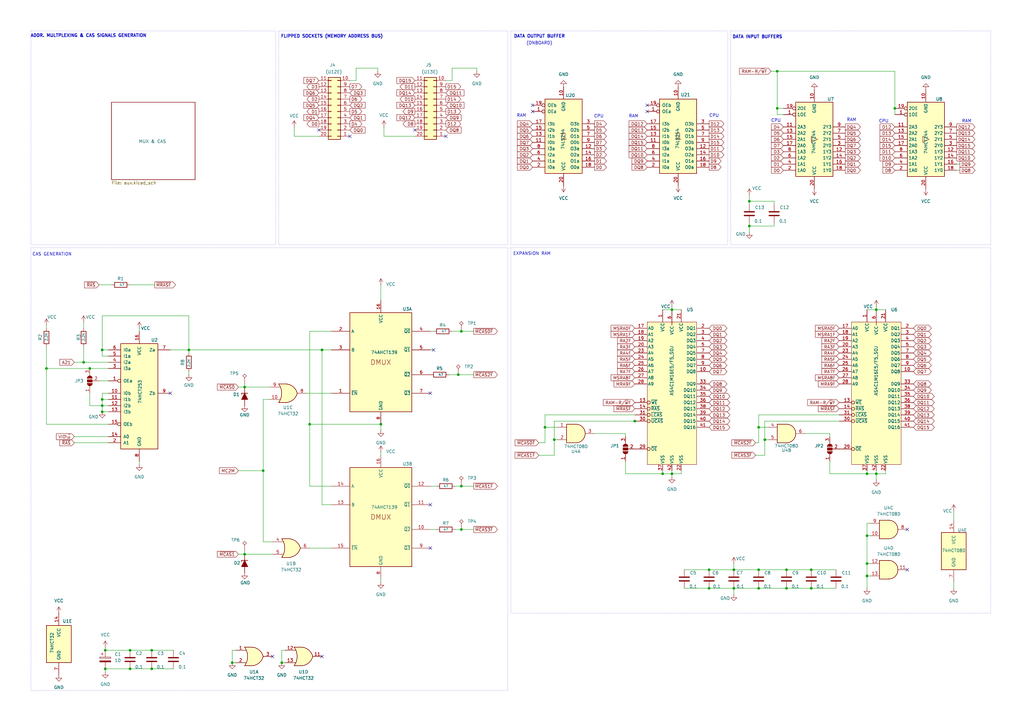
<source format=kicad_sch>
(kicad_sch (version 20231120) (generator "eeschema") (generator_version "8.0")
  (paper "A3")
  (title_block (title "RAM EXPANSION BOARD FOR EARLY MACS") (date "2024-08-10") (rev "5"))
  (junction (at 359.41 127))
  (junction (at 260.35 172.72))
  (junction (at 95.25 271.78))
  (junction (at 77.47 143.51))
  (junction (at 307.34 92.71))
  (junction (at 311.15 175.26))
  (junction (at 223.52 175.26))
  (junction (at 156.21 173.99))
  (junction (at 107.95 193.04))
  (junction (at 227.33 180.34))
  (junction (at 189.23 135.89))
  (junction (at 355.6 231.14))
  (junction (at 132.08 143.51))
  (junction (at 43.18 274.32))
  (junction (at 318.77 29.21))
  (junction (at 318.77 44.45))
  (junction (at 36.83 151.13))
  (junction (at 322.58 241.3))
  (junction (at 275.59 127))
  (junction (at 290.83 241.3))
  (junction (at 53.34 274.32))
  (junction (at 332.74 233.68))
  (junction (at 307.34 82.55))
  (junction (at 359.41 194.31))
  (junction (at 189.23 199.39))
  (junction (at 43.18 266.7))
  (junction (at 355.6 194.31))
  (junction (at 367.03 44.45))
  (junction (at 275.59 194.31))
  (junction (at 41.91 163.83))
  (junction (at 41.91 143.51))
  (junction (at 100.33 158.75))
  (junction (at 187.96 153.67))
  (junction (at 290.83 233.68))
  (junction (at 332.74 241.3))
  (junction (at 127 173.99))
  (junction (at 300.99 233.68))
  (junction (at 271.78 194.31))
  (junction (at 100.33 227.33))
  (junction (at 355.6 236.22))
  (junction (at 53.34 266.7))
  (junction (at 189.23 217.17))
  (junction (at 34.29 148.59))
  (junction (at 115.57 271.78))
  (junction (at 62.23 274.32))
  (junction (at 355.6 219.71))
  (junction (at 41.91 166.37))
  (junction (at 311.15 241.3))
  (junction (at 19.05 151.13))
  (junction (at 41.91 168.91))
  (junction (at 311.15 233.68))
  (junction (at 322.58 233.68))
  (junction (at 300.99 241.3))
  (junction (at 62.23 266.7))
  (junction (at 313.69 180.34))
  (no_connect (at 182.88 55.88))
  (no_connect (at 143.51 55.88))
  (no_connect (at 111.76 269.24))
  (no_connect (at 176.53 161.29))
  (no_connect (at 69.85 161.29))
  (no_connect (at 176.53 224.79))
  (no_connect (at 177.8 143.51))
  (no_connect (at 176.53 207.01))
  (no_connect (at 218.44 45.72))
  (no_connect (at 372.11 217.17))
  (no_connect (at 265.43 45.72))
  (no_connect (at 170.18 53.34))
  (no_connect (at 132.08 269.24))
  (no_connect (at 372.11 233.68))
  (no_connect (at 218.44 43.18))
  (no_connect (at 265.43 43.18))
  (no_connect (at 130.81 53.34))
  (wire (pts (xy 300.99 241.3) (xy 311.15 241.3)))
  (wire (pts (xy 154.94 27.94) (xy 154.94 29.21)))
  (wire (pts (xy 100.33 157.48) (xy 100.33 158.75)))
  (wire (pts (xy 271.78 194.31) (xy 271.78 193.04)))
  (wire (pts (xy 156.21 116.84) (xy 156.21 123.19)))
  (wire (pts (xy 179.07 217.17) (xy 176.53 217.17)))
  (wire (pts (xy 355.6 219.71) (xy 356.87 219.71)))
  (wire (pts (xy 157.48 52.07) (xy 157.48 55.88)))
  (wire (pts (xy 367.03 29.21) (xy 367.03 44.45)))
  (wire (pts (xy 41.91 146.05) (xy 41.91 143.51)))
  (wire (pts (xy 41.91 129.54) (xy 41.91 143.51)))
  (wire (pts (xy 127 224.79) (xy 135.89 224.79)))
  (wire (pts (xy 290.83 241.3) (xy 300.99 241.3)))
  (wire (pts (xy 318.77 44.45) (xy 318.77 29.21)))
  (wire (pts (xy 187.96 153.67) (xy 194.31 153.67)))
  (wire (pts (xy 355.6 219.71) (xy 355.6 231.14)))
  (wire (pts (xy 95.25 266.7) (xy 96.52 266.7)))
  (wire (pts (xy 256.54 177.8) (xy 256.54 179.07)))
  (wire (pts (xy 77.47 129.54) (xy 41.91 129.54)))
  (wire (pts (xy 100.33 227.33) (xy 111.76 227.33)))
  (wire (pts (xy 279.4 194.31) (xy 279.4 193.04)))
  (wire (pts (xy 280.67 241.3) (xy 290.83 241.3)))
  (wire (pts (xy 43.18 265.43) (xy 43.18 266.7)))
  (wire (pts (xy 184.15 153.67) (xy 187.96 153.67)))
  (wire (pts (xy 307.34 92.71) (xy 317.5 92.71)))
  (wire (pts (xy 40.64 156.21) (xy 44.45 156.21)))
  (wire (pts (xy 120.65 52.07) (xy 120.65 55.88)))
  (wire (pts (xy 307.34 82.55) (xy 307.34 83.82)))
  (wire (pts (xy 355.6 214.63) (xy 355.6 219.71)))
  (wire (pts (xy 307.34 82.55) (xy 317.5 82.55)))
  (wire (pts (xy 115.57 271.78) (xy 116.84 271.78)))
  (wire (pts (xy 100.33 158.75) (xy 110.49 158.75)))
  (wire (pts (xy 19.05 133.35) (xy 19.05 134.62)))
  (wire (pts (xy 57.15 134.62) (xy 57.15 135.89)))
  (wire (pts (xy 40.64 116.84) (xy 45.72 116.84)))
  (wire (pts (xy 177.8 143.51) (xy 176.53 143.51)))
  (wire (pts (xy 19.05 142.24) (xy 19.05 151.13)))
  (wire (pts (xy 77.47 143.51) (xy 77.47 144.78)))
  (wire (pts (xy 271.78 127) (xy 275.59 127)))
  (wire (pts (xy 311.15 170.18) (xy 311.15 175.26)))
  (wire (pts (xy 146.05 33.02) (xy 143.51 33.02)))
  (wire (pts (xy 127 173.99) (xy 127 199.39)))
  (wire (pts (xy 62.23 266.7) (xy 71.12 266.7)))
  (wire (pts (xy 135.89 135.89) (xy 127 135.89)))
  (wire (pts (xy 77.47 143.51) (xy 77.47 129.54)))
  (wire (pts (xy 127 199.39) (xy 135.89 199.39)))
  (wire (pts (xy 36.83 161.29) (xy 36.83 166.37)))
  (wire (pts (xy 41.91 161.29) (xy 41.91 163.83)))
  (wire (pts (xy 307.34 95.25) (xy 307.34 92.71)))
  (wire (pts (xy 227.33 180.34) (xy 228.6 180.34)))
  (wire (pts (xy 62.23 274.32) (xy 71.12 274.32)))
  (wire (pts (xy 194.31 199.39) (xy 189.23 199.39)))
  (wire (pts (xy 307.34 92.71) (xy 307.34 91.44)))
  (wire (pts (xy 185.42 135.89) (xy 189.23 135.89)))
  (wire (pts (xy 57.15 190.5) (xy 57.15 189.23)))
  (wire (pts (xy 41.91 143.51) (xy 44.45 143.51)))
  (wire (pts (xy 317.5 92.71) (xy 317.5 91.44)))
  (wire (pts (xy 256.54 189.23) (xy 256.54 194.31)))
  (wire (pts (xy 125.73 161.29) (xy 135.89 161.29)))
  (wire (pts (xy 275.59 127) (xy 279.4 127)))
  (wire (pts (xy 223.52 175.26) (xy 223.52 181.61)))
  (wire (pts (xy 227.33 180.34) (xy 227.33 172.72)))
  (wire (pts (xy 313.69 180.34) (xy 314.96 180.34)))
  (wire (pts (xy 340.36 177.8) (xy 340.36 179.07)))
  (wire (pts (xy 275.59 194.31) (xy 279.4 194.31)))
  (wire (pts (xy 300.99 243.84) (xy 300.99 241.3)))
  (wire (pts (xy 322.58 233.68) (xy 332.74 233.68)))
  (wire (pts (xy 393.7 69.85) (xy 392.43 69.85)))
  (wire (pts (xy 69.85 143.51) (xy 77.47 143.51)))
  (wire (pts (xy 393.7 67.31) (xy 392.43 67.31)))
  (wire (pts (xy 44.45 146.05) (xy 41.91 146.05)))
  (wire (pts (xy 355.6 194.31) (xy 355.6 193.04)))
  (wire (pts (xy 317.5 82.55) (xy 317.5 83.82)))
  (wire (pts (xy 19.05 151.13) (xy 36.83 151.13)))
  (wire (pts (xy 359.41 194.31) (xy 363.22 194.31)))
  (wire (pts (xy 313.69 172.72) (xy 313.69 180.34)))
  (wire (pts (xy 363.22 194.31) (xy 363.22 193.04)))
  (wire (pts (xy 53.34 116.84) (xy 63.5 116.84)))
  (wire (pts (xy 30.48 148.59) (xy 34.29 148.59)))
  (wire (pts (xy 256.54 194.31) (xy 271.78 194.31)))
  (wire (pts (xy 290.83 233.68) (xy 300.99 233.68)))
  (wire (pts (xy 157.48 55.88) (xy 170.18 55.88)))
  (wire (pts (xy 316.23 29.21) (xy 318.77 29.21)))
  (wire (pts (xy 43.18 274.32) (xy 43.18 275.59)))
  (wire (pts (xy 179.07 199.39) (xy 176.53 199.39)))
  (wire (pts (xy 311.15 175.26) (xy 314.96 175.26)))
  (wire (pts (xy 154.94 27.94) (xy 146.05 27.94)))
  (wire (pts (xy 30.48 179.07) (xy 44.45 179.07)))
  (wire (pts (xy 95.25 271.78) (xy 96.52 271.78)))
  (wire (pts (xy 275.59 125.73) (xy 275.59 127)))
  (wire (pts (xy 36.83 166.37) (xy 41.91 166.37)))
  (wire (pts (xy 311.15 233.68) (xy 322.58 233.68)))
  (wire (pts (xy 359.41 125.73) (xy 359.41 127)))
  (wire (pts (xy 344.17 170.18) (xy 311.15 170.18)))
  (wire (pts (xy 30.48 181.61) (xy 44.45 181.61)))
  (wire (pts (xy 177.8 135.89) (xy 176.53 135.89)))
  (wire (pts (xy 355.6 127) (xy 359.41 127)))
  (wire (pts (xy 359.41 194.31) (xy 359.41 193.04)))
  (wire (pts (xy 311.15 175.26) (xy 311.15 181.61)))
  (wire (pts (xy 41.91 161.29) (xy 44.45 161.29)))
  (wire (pts (xy 41.91 163.83) (xy 41.91 166.37)))
  (wire (pts (xy 330.2 177.8) (xy 340.36 177.8)))
  (wire (pts (xy 367.03 29.21) (xy 318.77 29.21)))
  (wire (pts (xy 340.36 189.23) (xy 340.36 194.31)))
  (wire (pts (xy 344.17 172.72) (xy 313.69 172.72)))
  (wire (pts (xy 260.35 170.18) (xy 223.52 170.18)))
  (wire (pts (xy 77.47 143.51) (xy 132.08 143.51)))
  (wire (pts (xy 313.69 180.34) (xy 313.69 186.69)))
  (wire (pts (xy 275.59 195.58) (xy 275.59 194.31)))
  (wire (pts (xy 132.08 143.51) (xy 132.08 207.01)))
  (wire (pts (xy 43.18 274.32) (xy 53.34 274.32)))
  (wire (pts (xy 53.34 266.7) (xy 62.23 266.7)))
  (wire (pts (xy 227.33 172.72) (xy 260.35 172.72)))
  (wire (pts (xy 311.15 241.3) (xy 322.58 241.3)))
  (wire (pts (xy 127 173.99) (xy 156.21 173.99)))
  (wire (pts (xy 275.59 194.31) (xy 275.59 193.04)))
  (wire (pts (xy 194.31 217.17) (xy 189.23 217.17)))
  (wire (pts (xy 41.91 163.83) (xy 44.45 163.83)))
  (wire (pts (xy 223.52 170.18) (xy 223.52 175.26)))
  (wire (pts (xy 322.58 241.3) (xy 332.74 241.3)))
  (wire (pts (xy 53.34 274.32) (xy 62.23 274.32)))
  (wire (pts (xy 256.54 177.8) (xy 243.84 177.8)))
  (wire (pts (xy 95.25 266.7) (xy 95.25 271.78)))
  (wire (pts (xy 107.95 163.83) (xy 107.95 193.04)))
  (wire (pts (xy 300.99 233.68) (xy 311.15 233.68)))
  (wire (pts (xy 318.77 46.99) (xy 321.31 46.99)))
  (wire (pts (xy 34.29 142.24) (xy 34.29 148.59)))
  (wire (pts (xy 309.88 186.69) (xy 313.69 186.69)))
  (wire (pts (xy 107.95 193.04) (xy 107.95 222.25)))
  (wire (pts (xy 359.41 127) (xy 363.22 127)))
  (wire (pts (xy 115.57 266.7) (xy 116.84 266.7)))
  (wire (pts (xy 355.6 236.22) (xy 355.6 241.3)))
  (wire (pts (xy 107.95 163.83) (xy 110.49 163.83)))
  (wire (pts (xy 97.79 158.75) (xy 100.33 158.75)))
  (wire (pts (xy 77.47 153.67) (xy 77.47 152.4)))
  (wire (pts (xy 36.83 151.13) (xy 44.45 151.13)))
  (wire (pts (xy 223.52 175.26) (xy 228.6 175.26)))
  (wire (pts (xy 97.79 227.33) (xy 100.33 227.33)))
  (wire (pts (xy 195.58 27.94) (xy 185.42 27.94)))
  (wire (pts (xy 391.16 209.55) (xy 391.16 213.36)))
  (wire (pts (xy 271.78 194.31) (xy 275.59 194.31)))
  (wire (pts (xy 185.42 33.02) (xy 182.88 33.02)))
  (wire (pts (xy 307.34 80.01) (xy 307.34 82.55)))
  (wire (pts (xy 156.21 238.76) (xy 156.21 237.49)))
  (wire (pts (xy 261.62 172.72) (xy 260.35 172.72)))
  (wire (pts (xy 340.36 194.31) (xy 355.6 194.31)))
  (wire (pts (xy 44.45 168.91) (xy 41.91 168.91)))
  (wire (pts (xy 185.42 27.94) (xy 185.42 33.02)))
  (wire (pts (xy 100.33 226.06) (xy 100.33 227.33)))
  (wire (pts (xy 146.05 27.94) (xy 146.05 33.02)))
  (wire (pts (xy 332.74 233.68) (xy 342.9 233.68)))
  (wire (pts (xy 34.29 132.08) (xy 34.29 134.62)))
  (wire (pts (xy 309.88 181.61) (xy 311.15 181.61)))
  (wire (pts (xy 19.05 173.99) (xy 19.05 151.13)))
  (wire (pts (xy 135.89 207.01) (xy 132.08 207.01)))
  (wire (pts (xy 321.31 44.45) (xy 318.77 44.45)))
  (wire (pts (xy 43.18 266.7) (xy 53.34 266.7)))
  (wire (pts (xy 195.58 27.94) (xy 195.58 29.21)))
  (wire (pts (xy 19.05 173.99) (xy 44.45 173.99)))
  (wire (pts (xy 115.57 266.7) (xy 115.57 271.78)))
  (wire (pts (xy 97.79 193.04) (xy 107.95 193.04)))
  (wire (pts (xy 355.6 231.14) (xy 355.6 236.22)))
  (wire (pts (xy 156.21 173.99) (xy 156.21 176.53)))
  (wire (pts (xy 189.23 199.39) (xy 186.69 199.39)))
  (wire (pts (xy 127 135.89) (xy 127 173.99)))
  (wire (pts (xy 318.77 44.45) (xy 318.77 46.99)))
  (wire (pts (xy 156.21 185.42) (xy 156.21 186.69)))
  (wire (pts (xy 41.91 168.91) (xy 41.91 166.37)))
  (wire (pts (xy 367.03 44.45) (xy 367.03 46.99)))
  (wire (pts (xy 41.91 166.37) (xy 44.45 166.37)))
  (wire (pts (xy 220.98 186.69) (xy 227.33 186.69)))
  (wire (pts (xy 355.6 194.31) (xy 359.41 194.31)))
  (wire (pts (xy 359.41 196.85) (xy 359.41 194.31)))
  (wire (pts (xy 120.65 55.88) (xy 130.81 55.88)))
  (wire (pts (xy 280.67 233.68) (xy 290.83 233.68)))
  (wire (pts (xy 300.99 231.14) (xy 300.99 233.68)))
  (wire (pts (xy 391.16 241.3) (xy 391.16 238.76)))
  (wire (pts (xy 34.29 148.59) (xy 44.45 148.59)))
  (wire (pts (xy 355.6 214.63) (xy 356.87 214.63)))
  (wire (pts (xy 227.33 180.34) (xy 227.33 186.69)))
  (wire (pts (xy 355.6 231.14) (xy 356.87 231.14)))
  (wire (pts (xy 189.23 217.17) (xy 186.69 217.17)))
  (wire (pts (xy 132.08 143.51) (xy 135.89 143.51)))
  (wire (pts (xy 107.95 222.25) (xy 111.76 222.25)))
  (wire (pts (xy 332.74 241.3) (xy 342.9 241.3)))
  (wire (pts (xy 220.98 181.61) (xy 223.52 181.61)))
  (wire (pts (xy 355.6 236.22) (xy 356.87 236.22)))
  (wire (pts (xy 189.23 135.89) (xy 194.31 135.89)))
  (rectangle (start 12.7 101.6) (end 208.28 283.21) (stroke (width 0) (type dot)))
  (rectangle (start 209.55 101.6) (end 406.4 251.46) (stroke (width 0) (type dot)))
  (rectangle (start 12.7 12.7) (end 113.03 100.33) (stroke (width 0) (type dot)))
  (rectangle (start 114.3 12.7) (end 208.28 100.33) (stroke (width 0) (type dot)))
  (rectangle (start 299.72 12.7) (end 406.4 100.33) (stroke (width 0) (type dot)))
  (rectangle (start 209.55 12.7) (end 298.45 100.33) (stroke (width 0) (type dot)))
  (text "RAM" (at 259.842 47.752 0) (effects (font (size 1.27 1.27))))
  (text "RAM" (at 349.25 49.276 0) (effects (font (size 1.27 1.27))))
  (text "RAM" (at 213.868 47.498 0) (effects (font (size 1.27 1.27))))
  (text "DATA INPUT BUFFERS" (at 310.642 15.24 0) (effects (font (size 1.27 1.27) (thickness 0.254) (bold yes))))
  (text "EXPANSION RAM" (at 218.186 104.14 0) (effects (font (size 1.27 1.27))))
  (text "DATA OUTPUT BUFFER" (at 221.234 14.986 0) (effects (font (size 1.27 1.27) (thickness 0.254) (bold yes))))
  (text "CAS GENERATION" (at 21.336 104.394 0) (effects (font (size 1.27 1.27))))
  (text "CPU" (at 292.862 47.498 0) (effects (font (size 1.27 1.27))))
  (text "RAM" (at 396.494 49.784 0) (effects (font (size 1.27 1.27))))
  (text "CPU" (at 245.618 47.752 0) (effects (font (size 1.27 1.27))))
  (text "CPU" (at 318.262 49.53 0) (effects (font (size 1.27 1.27))))
  (text "FLIPPED SOCKETS (MEMORY ADDRESS BUS)" (at 136.144 14.986 0) (effects (font (size 1.27 1.27) (thickness 0.254) (bold yes))))
  (text "(ONBOARD)" (at 221.234 17.78 0) (effects (font (size 1.27 1.27))))
  (text "ADDR. MULTPLEXING & CAS SIGNALS GENERATION" (at 36.322 14.732 0) (effects (font (size 1.27 1.27) (thickness 0.254) (bold yes))))
  (text "CPU" (at 362.458 49.784 0) (effects (font (size 1.27 1.27))))
  (global_label "DQ10" (shape bidirectional) (at 374.65 162.56 0) (property "Intersheetrefs" "${INTERSHEET_REFS}" (effects (hide yes))))
  (global_label "DQ2" (shape output) (at 346.71 64.77 0) (property "Intersheetrefs" "${INTERSHEET_REFS}" (effects (hide yes))))
  (global_label "DQ15" (shape bidirectional) (at 290.83 175.26 0) (property "Intersheetrefs" "${INTERSHEET_REFS}" (effects (hide yes))))
  (global_label "D14" (shape input) (at 367.03 57.15 180) (property "Intersheetrefs" "${INTERSHEET_REFS}" (effects (hide yes))))
  (global_label "DQ11" (shape bidirectional) (at 290.83 165.1 0) (property "Intersheetrefs" "${INTERSHEET_REFS}" (effects (hide yes))))
  (global_label "DQ2" (shape bidirectional) (at 290.83 139.7 0) (property "Intersheetrefs" "${INTERSHEET_REFS}" (effects (hide yes))))
  (global_label "D3" (shape input) (at 321.31 62.23 180) (property "Intersheetrefs" "${INTERSHEET_REFS}" (effects (hide yes))))
  (global_label "D15" (shape output) (at 290.83 58.42 0) (property "Intersheetrefs" "${INTERSHEET_REFS}" (effects (hide yes))))
  (global_label "DQ2" (shape input) (at 218.44 63.5 180) (property "Intersheetrefs" "${INTERSHEET_REFS}" (effects (hide yes))))
  (global_label "D8" (shape output) (at 170.18 50.8 180) (property "Intersheetrefs" "${INTERSHEET_REFS}" (effects (hide yes))))
  (global_label "D4" (shape output) (at 243.84 50.8 0) (property "Intersheetrefs" "${INTERSHEET_REFS}" (effects (hide yes))))
  (global_label "DQ11" (shape input) (at 182.88 38.1 0) (property "Intersheetrefs" "${INTERSHEET_REFS}" (effects (hide yes))))
  (global_label "~{MCAS0F}" (shape output) (at 194.31 135.89 0) (property "Intersheetrefs" "${INTERSHEET_REFS}" (effects (hide yes))))
  (global_label "DQ15" (shape output) (at 392.43 59.69 0) (property "Intersheetrefs" "${INTERSHEET_REFS}" (effects (hide yes))))
  (global_label "DQ6" (shape bidirectional) (at 374.65 149.86 0) (property "Intersheetrefs" "${INTERSHEET_REFS}" (effects (hide yes))))
  (global_label "~{MCAS3F}" (shape input) (at 309.88 186.69 180) (property "Intersheetrefs" "${INTERSHEET_REFS}" (effects (hide yes))))
  (global_label "DQ14" (shape output) (at 392.43 57.15 0) (property "Intersheetrefs" "${INTERSHEET_REFS}" (effects (hide yes))))
  (global_label "D12" (shape input) (at 367.03 52.07 180) (property "Intersheetrefs" "${INTERSHEET_REFS}" (effects (hide yes))))
  (global_label "D10" (shape output) (at 290.83 63.5 0) (property "Intersheetrefs" "${INTERSHEET_REFS}" (effects (hide yes))))
  (global_label "D13" (shape output) (at 290.83 53.34 0) (property "Intersheetrefs" "${INTERSHEET_REFS}" (effects (hide yes))))
  (global_label "DQ4" (shape bidirectional) (at 290.83 144.78 0) (property "Intersheetrefs" "${INTERSHEET_REFS}" (effects (hide yes))))
  (global_label "DQ7" (shape bidirectional) (at 374.65 152.4 0) (property "Intersheetrefs" "${INTERSHEET_REFS}" (effects (hide yes))))
  (global_label "~{MCAS3F}" (shape output) (at 194.31 217.17 0) (property "Intersheetrefs" "${INTERSHEET_REFS}" (effects (hide yes))))
  (global_label "D7" (shape output) (at 243.84 58.42 0) (property "Intersheetrefs" "${INTERSHEET_REFS}" (effects (hide yes))))
  (global_label "DQ5" (shape bidirectional) (at 290.83 147.32 0) (property "Intersheetrefs" "${INTERSHEET_REFS}" (effects (hide yes))))
  (global_label "D6" (shape output) (at 243.84 55.88 0) (property "Intersheetrefs" "${INTERSHEET_REFS}" (effects (hide yes))))
  (global_label "DQ1" (shape input) (at 218.44 66.04 180) (property "Intersheetrefs" "${INTERSHEET_REFS}" (effects (hide yes))))
  (global_label "DQ13" (shape input) (at 265.43 53.34 180) (property "Intersheetrefs" "${INTERSHEET_REFS}" (effects (hide yes))))
  (global_label "D12" (shape output) (at 290.83 50.8 0) (property "Intersheetrefs" "${INTERSHEET_REFS}" (effects (hide yes))))
  (global_label "DQ11" (shape bidirectional) (at 374.65 165.1 0) (property "Intersheetrefs" "${INTERSHEET_REFS}" (effects (hide yes))))
  (global_label "MRA9F" (shape input) (at 260.35 157.48 180) (property "Intersheetrefs" "${INTERSHEET_REFS}" (effects (hide yes))))
  (global_label "MSRA0F" (shape input) (at 344.17 134.62 180) (property "Intersheetrefs" "${INTERSHEET_REFS}" (effects (hide yes))))
  (global_label "~{MRASF}" (shape output) (at 63.5 116.84 0) (property "Intersheetrefs" "${INTERSHEET_REFS}" (effects (hide yes))))
  (global_label "~{MCAS0F}" (shape input) (at 220.98 181.61 180) (property "Intersheetrefs" "${INTERSHEET_REFS}" (effects (hide yes))))
  (global_label "RA2F" (shape input) (at 260.35 139.7 180) (property "Intersheetrefs" "${INTERSHEET_REFS}" (effects (hide yes))))
  (global_label "DQ9" (shape output) (at 393.7 67.31 0) (property "Intersheetrefs" "${INTERSHEET_REFS}" (effects (hide yes))))
  (global_label "~{MCAS1}" (shape input) (at 97.79 227.33 180) (property "Intersheetrefs" "${INTERSHEET_REFS}" (effects (hide yes))))
  (global_label "DQ0" (shape input) (at 143.51 53.34 0) (property "Intersheetrefs" "${INTERSHEET_REFS}" (effects (hide yes))))
  (global_label "MSRA0F" (shape input) (at 260.35 134.62 180) (property "Intersheetrefs" "${INTERSHEET_REFS}" (effects (hide yes))))
  (global_label "DQ6" (shape input) (at 130.81 38.1 180) (property "Intersheetrefs" "${INTERSHEET_REFS}" (effects (hide yes))))
  (global_label "~{MCAS1F}" (shape input) (at 220.98 186.69 180) (property "Intersheetrefs" "${INTERSHEET_REFS}" (effects (hide yes))))
  (global_label "DQ7" (shape output) (at 346.71 59.69 0) (property "Intersheetrefs" "${INTERSHEET_REFS}" (effects (hide yes))))
  (global_label "DQ1" (shape output) (at 346.71 67.31 0) (property "Intersheetrefs" "${INTERSHEET_REFS}" (effects (hide yes))))
  (global_label "~{RAS}" (shape input) (at 30.48 181.61 180) (property "Intersheetrefs" "${INTERSHEET_REFS}" (effects (hide yes))))
  (global_label "D8" (shape input) (at 367.03 69.85 180) (property "Intersheetrefs" "${INTERSHEET_REFS}" (effects (hide yes))))
  (global_label "~{MRASF}" (shape input) (at 260.35 167.64 180) (property "Intersheetrefs" "${INTERSHEET_REFS}" (effects (hide yes))))
  (global_label "D4" (shape output) (at 143.51 50.8 0) (property "Intersheetrefs" "${INTERSHEET_REFS}" (effects (hide yes))))
  (global_label "D7" (shape input) (at 321.31 59.69 180) (property "Intersheetrefs" "${INTERSHEET_REFS}" (effects (hide yes))))
  (global_label "VID\\~{u}" (shape input) (at 30.48 179.07 180) (property "Intersheetrefs" "${INTERSHEET_REFS}" (effects (hide yes))))
  (global_label "RA3F" (shape input) (at 260.35 142.24 180) (property "Intersheetrefs" "${INTERSHEET_REFS}" (effects (hide yes))))
  (global_label "RA6F" (shape input) (at 344.17 149.86 180) (property "Intersheetrefs" "${INTERSHEET_REFS}" (effects (hide yes))))
  (global_label "DQ10" (shape input) (at 265.43 63.5 180) (property "Intersheetrefs" "${INTERSHEET_REFS}" (effects (hide yes))))
  (global_label "DQ5" (shape input) (at 130.81 43.18 180) (property "Intersheetrefs" "${INTERSHEET_REFS}" (effects (hide yes))))
  (global_label "MRA9F" (shape input) (at 344.17 157.48 180) (property "Intersheetrefs" "${INTERSHEET_REFS}" (effects (hide yes))))
  (global_label "D2" (shape output) (at 130.81 40.64 180) (property "Intersheetrefs" "${INTERSHEET_REFS}" (effects (hide yes))))
  (global_label "DQ12" (shape input) (at 170.18 48.26 180) (property "Intersheetrefs" "${INTERSHEET_REFS}" (effects (hide yes))))
  (global_label "RA5F" (shape input) (at 344.17 147.32 180) (property "Intersheetrefs" "${INTERSHEET_REFS}" (effects (hide yes))))
  (global_label "D3" (shape output) (at 130.81 35.56 180) (property "Intersheetrefs" "${INTERSHEET_REFS}" (effects (hide yes))))
  (global_label "DQ4" (shape bidirectional) (at 374.65 144.78 0) (property "Intersheetrefs" "${INTERSHEET_REFS}" (effects (hide yes))))
  (global_label "D1" (shape output) (at 243.84 66.04 0) (property "Intersheetrefs" "${INTERSHEET_REFS}" (effects (hide yes))))
  (global_label "DQ7" (shape input) (at 130.81 33.02 180) (property "Intersheetrefs" "${INTERSHEET_REFS}" (effects (hide yes))))
  (global_label "DQ12" (shape output) (at 392.43 52.07 0) (property "Intersheetrefs" "${INTERSHEET_REFS}" (effects (hide yes))))
  (global_label "D13" (shape input) (at 367.03 54.61 180) (property "Intersheetrefs" "${INTERSHEET_REFS}" (effects (hide yes))))
  (global_label "DQ3" (shape bidirectional) (at 374.65 142.24 0) (property "Intersheetrefs" "${INTERSHEET_REFS}" (effects (hide yes))))
  (global_label "D6" (shape output) (at 143.51 40.64 0) (property "Intersheetrefs" "${INTERSHEET_REFS}" (effects (hide yes))))
  (global_label "DQ1" (shape bidirectional) (at 374.65 137.16 0) (property "Intersheetrefs" "${INTERSHEET_REFS}" (effects (hide yes))))
  (global_label "MSRA8F" (shape input) (at 260.35 154.94 180) (property "Intersheetrefs" "${INTERSHEET_REFS}" (effects (hide yes))))
  (global_label "A21" (shape input) (at 30.48 148.59 180) (property "Intersheetrefs" "${INTERSHEET_REFS}" (effects (hide yes))))
  (global_label "RAM-R{slash}~{W}F" (shape input) (at 344.17 165.1 180) (property "Intersheetrefs" "${INTERSHEET_REFS}" (effects (hide yes))))
  (global_label "DQ2" (shape input) (at 143.51 43.18 0) (property "Intersheetrefs" "${INTERSHEET_REFS}" (effects (hide yes))))
  (global_label "~{MCAS0}" (shape input) (at 97.79 158.75 180) (property "Intersheetrefs" "${INTERSHEET_REFS}" (effects (hide yes))))
  (global_label "D13" (shape output) (at 182.88 45.72 0) (property "Intersheetrefs" "${INTERSHEET_REFS}" (effects (hide yes))))
  (global_label "DQ4" (shape output) (at 346.71 52.07 0) (property "Intersheetrefs" "${INTERSHEET_REFS}" (effects (hide yes))))
  (global_label "DQ8" (shape output) (at 393.7 69.85 0) (property "Intersheetrefs" "${INTERSHEET_REFS}" (effects (hide yes))))
  (global_label "DQ10" (shape bidirectional) (at 290.83 162.56 0) (property "Intersheetrefs" "${INTERSHEET_REFS}" (effects (hide yes))))
  (global_label "DQ9" (shape input) (at 182.88 48.26 0) (property "Intersheetrefs" "${INTERSHEET_REFS}" (effects (hide yes))))
  (global_label "DQ13" (shape bidirectional) (at 290.83 170.18 0) (property "Intersheetrefs" "${INTERSHEET_REFS}" (effects (hide yes))))
  (global_label "D9" (shape input) (at 367.03 67.31 180) (property "Intersheetrefs" "${INTERSHEET_REFS}" (effects (hide yes))))
  (global_label "DQ10" (shape output) (at 392.43 64.77 0) (property "Intersheetrefs" "${INTERSHEET_REFS}" (effects (hide yes))))
  (global_label "RA7F" (shape input) (at 260.35 152.4 180) (property "Intersheetrefs" "${INTERSHEET_REFS}" (effects (hide yes))))
  (global_label "D14" (shape output) (at 182.88 40.64 0) (property "Intersheetrefs" "${INTERSHEET_REFS}" (effects (hide yes))))
  (global_label "D10" (shape input) (at 367.03 64.77 180) (property "Intersheetrefs" "${INTERSHEET_REFS}" (effects (hide yes))))
  (global_label "RA2F" (shape input) (at 344.17 139.7 180) (property "Intersheetrefs" "${INTERSHEET_REFS}" (effects (hide yes))))
  (global_label "D3" (shape output) (at 243.84 60.96 0) (property "Intersheetrefs" "${INTERSHEET_REFS}" (effects (hide yes))))
  (global_label "DQ13" (shape output) (at 392.43 54.61 0) (property "Intersheetrefs" "${INTERSHEET_REFS}" (effects (hide yes))))
  (global_label "DQ3" (shape input) (at 143.51 38.1 0) (property "Intersheetrefs" "${INTERSHEET_REFS}" (effects (hide yes))))
  (global_label "D5" (shape output) (at 143.51 45.72 0) (property "Intersheetrefs" "${INTERSHEET_REFS}" (effects (hide yes))))
  (global_label "DQ6" (shape input) (at 218.44 55.88 180) (property "Intersheetrefs" "${INTERSHEET_REFS}" (effects (hide yes))))
  (global_label "MSRA8F" (shape input) (at 344.17 154.94 180) (property "Intersheetrefs" "${INTERSHEET_REFS}" (effects (hide yes))))
  (global_label "DQ0" (shape bidirectional) (at 374.65 134.62 0) (property "Intersheetrefs" "${INTERSHEET_REFS}" (effects (hide yes))))
  (global_label "D1" (shape input) (at 321.31 67.31 180) (property "Intersheetrefs" "${INTERSHEET_REFS}" (effects (hide yes))))
  (global_label "D0" (shape input) (at 321.31 69.85 180) (property "Intersheetrefs" "${INTERSHEET_REFS}" (effects (hide yes))))
  (global_label "RA4F" (shape input) (at 260.35 144.78 180) (property "Intersheetrefs" "${INTERSHEET_REFS}" (effects (hide yes))))
  (global_label "MSRA1F" (shape input) (at 344.17 137.16 180) (property "Intersheetrefs" "${INTERSHEET_REFS}" (effects (hide yes))))
  (global_label "DQ4" (shape input) (at 218.44 50.8 180) (property "Intersheetrefs" "${INTERSHEET_REFS}" (effects (hide yes))))
  (global_label "DQ0" (shape bidirectional) (at 290.83 134.62 0) (property "Intersheetrefs" "${INTERSHEET_REFS}" (effects (hide yes))))
  (global_label "D8" (shape output) (at 290.83 68.58 0) (property "Intersheetrefs" "${INTERSHEET_REFS}" (effects (hide yes))))
  (global_label "DQ5" (shape output) (at 346.71 54.61 0) (property "Intersheetrefs" "${INTERSHEET_REFS}" (effects (hide yes))))
  (global_label "D2" (shape output) (at 243.84 63.5 0) (property "Intersheetrefs" "${INTERSHEET_REFS}" (effects (hide yes))))
  (global_label "DQ1" (shape input) (at 143.51 48.26 0) (property "Intersheetrefs" "${INTERSHEET_REFS}" (effects (hide yes))))
  (global_label "D11" (shape input) (at 367.03 62.23 180) (property "Intersheetrefs" "${INTERSHEET_REFS}" (effects (hide yes))))
  (global_label "D10" (shape output) (at 170.18 40.64 180) (property "Intersheetrefs" "${INTERSHEET_REFS}" (effects (hide yes))))
  (global_label "DQ6" (shape output) (at 346.71 57.15 0) (property "Intersheetrefs" "${INTERSHEET_REFS}" (effects (hide yes))))
  (global_label "DQ0" (shape input) (at 218.44 68.58 180) (property "Intersheetrefs" "${INTERSHEET_REFS}" (effects (hide yes))))
  (global_label "D0" (shape output) (at 130.81 50.8 180) (property "Intersheetrefs" "${INTERSHEET_REFS}" (effects (hide yes))))
  (global_label "D9" (shape output) (at 170.18 45.72 180) (property "Intersheetrefs" "${INTERSHEET_REFS}" (effects (hide yes))))
  (global_label "D15" (shape input) (at 367.03 59.69 180) (property "Intersheetrefs" "${INTERSHEET_REFS}" (effects (hide yes))))
  (global_label "DQ10" (shape input) (at 182.88 43.18 0) (property "Intersheetrefs" "${INTERSHEET_REFS}" (effects (hide yes))))
  (global_label "DQ9" (shape bidirectional) (at 374.65 160.02 0) (property "Intersheetrefs" "${INTERSHEET_REFS}" (effects (hide yes))))
  (global_label "DQ4" (shape input) (at 130.81 48.26 180) (property "Intersheetrefs" "${INTERSHEET_REFS}" (effects (hide yes))))
  (global_label "RA6F" (shape input) (at 260.35 149.86 180) (property "Intersheetrefs" "${INTERSHEET_REFS}" (effects (hide yes))))
  (global_label "DQ13" (shape input) (at 170.18 43.18 180) (property "Intersheetrefs" "${INTERSHEET_REFS}" (effects (hide yes))))
  (global_label "DQ8" (shape input) (at 265.43 68.58 180) (property "Intersheetrefs" "${INTERSHEET_REFS}" (effects (hide yes))))
  (global_label "DQ8" (shape input) (at 182.88 53.34 0) (property "Intersheetrefs" "${INTERSHEET_REFS}" (effects (hide yes))))
  (global_label "DQ11" (shape output) (at 392.43 62.23 0) (property "Intersheetrefs" "${INTERSHEET_REFS}" (effects (hide yes))))
  (global_label "DQ5" (shape input) (at 218.44 53.34 180) (property "Intersheetrefs" "${INTERSHEET_REFS}" (effects (hide yes))))
  (global_label "DQ15" (shape input) (at 265.43 58.42 180) (property "Intersheetrefs" "${INTERSHEET_REFS}" (effects (hide yes))))
  (global_label "DQ2" (shape bidirectional) (at 374.65 139.7 0) (property "Intersheetrefs" "${INTERSHEET_REFS}" (effects (hide yes))))
  (global_label "D9" (shape output) (at 290.83 66.04 0) (property "Intersheetrefs" "${INTERSHEET_REFS}" (effects (hide yes))))
  (global_label "DQ3" (shape input) (at 218.44 60.96 180) (property "Intersheetrefs" "${INTERSHEET_REFS}" (effects (hide yes))))
  (global_label "D1" (shape output) (at 130.81 45.72 180) (property "Intersheetrefs" "${INTERSHEET_REFS}" (effects (hide yes))))
  (global_label "D2" (shape input) (at 321.31 64.77 180) (property "Intersheetrefs" "${INTERSHEET_REFS}" (effects (hide yes))))
  (global_label "DQ14" (shape input) (at 265.43 55.88 180) (property "Intersheetrefs" "${INTERSHEET_REFS}" (effects (hide yes))))
  (global_label "DQ6" (shape bidirectional) (at 290.83 149.86 0) (property "Intersheetrefs" "${INTERSHEET_REFS}" (effects (hide yes))))
  (global_label "~{MRASF}" (shape input) (at 344.17 167.64 180) (property "Intersheetrefs" "${INTERSHEET_REFS}" (effects (hide yes))))
  (global_label "D14" (shape output) (at 290.83 55.88 0) (property "Intersheetrefs" "${INTERSHEET_REFS}" (effects (hide yes))))
  (global_label "RA5F" (shape input) (at 260.35 147.32 180) (property "Intersheetrefs" "${INTERSHEET_REFS}" (effects (hide yes))))
  (global_label "DQ9" (shape input) (at 265.43 66.04 180) (property "Intersheetrefs" "${INTERSHEET_REFS}" (effects (hide yes))))
  (global_label "MC2M" (shape input) (at 97.79 193.04 180) (property "Intersheetrefs" "${INTERSHEET_REFS}" (effects (hide yes))))
  (global_label "DQ7" (shape input) (at 218.44 58.42 180) (property "Intersheetrefs" "${INTERSHEET_REFS}" (effects (hide yes))))
  (global_label "DQ12" (shape bidirectional) (at 290.83 167.64 0) (property "Intersheetrefs" "${INTERSHEET_REFS}" (effects (hide yes))))
  (global_label "RAM-R{slash}~{W}F" (shape input) (at 316.23 29.21 180) (property "Intersheetrefs" "${INTERSHEET_REFS}" (effects (hide yes))))
  (global_label "DQ14" (shape input) (at 170.18 38.1 180) (property "Intersheetrefs" "${INTERSHEET_REFS}" (effects (hide yes))))
  (global_label "DQ15" (shape bidirectional) (at 374.65 175.26 0) (property "Intersheetrefs" "${INTERSHEET_REFS}" (effects (hide yes))))
  (global_label "RAM-R{slash}~{W}F" (shape input) (at 260.35 165.1 180) (property "Intersheetrefs" "${INTERSHEET_REFS}" (effects (hide yes))))
  (global_label "D4" (shape input) (at 321.31 52.07 180) (property "Intersheetrefs" "${INTERSHEET_REFS}" (effects (hide yes))))
  (global_label "RA4F" (shape input) (at 344.17 144.78 180) (property "Intersheetrefs" "${INTERSHEET_REFS}" (effects (hide yes))))
  (global_label "D0" (shape output) (at 243.84 68.58 0) (property "Intersheetrefs" "${INTERSHEET_REFS}" (effects (hide yes))))
  (global_label "~{MCAS1F}" (shape output) (at 194.31 199.39 0) (property "Intersheetrefs" "${INTERSHEET_REFS}" (effects (hide yes))))
  (global_label "DQ0" (shape output) (at 346.71 69.85 0) (property "Intersheetrefs" "${INTERSHEET_REFS}" (effects (hide yes))))
  (global_label "D15" (shape output) (at 182.88 35.56 0) (property "Intersheetrefs" "${INTERSHEET_REFS}" (effects (hide yes))))
  (global_label "MSRA1F" (shape input) (at 260.35 137.16 180) (property "Intersheetrefs" "${INTERSHEET_REFS}" (effects (hide yes))))
  (global_label "D6" (shape input) (at 321.31 57.15 180) (property "Intersheetrefs" "${INTERSHEET_REFS}" (effects (hide yes))))
  (global_label "DQ11" (shape input) (at 265.43 60.96 180) (property "Intersheetrefs" "${INTERSHEET_REFS}" (effects (hide yes))))
  (global_label "DQ9" (shape bidirectional) (at 290.83 160.02 0) (property "Intersheetrefs" "${INTERSHEET_REFS}" (effects (hide yes))))
  (global_label "DQ1" (shape bidirectional) (at 290.83 137.16 0) (property "Intersheetrefs" "${INTERSHEET_REFS}" (effects (hide yes))))
  (global_label "DQ8" (shape bidirectional) (at 290.83 157.48 0) (property "Intersheetrefs" "${INTERSHEET_REFS}" (effects (hide yes))))
  (global_label "DQ14" (shape bidirectional) (at 374.65 172.72 0) (property "Intersheetrefs" "${INTERSHEET_REFS}" (effects (hide yes))))
  (global_label "DQ3" (shape output) (at 346.71 62.23 0) (property "Intersheetrefs" "${INTERSHEET_REFS}" (effects (hide yes))))
  (global_label "~{MCAS2F}" (shape output) (at 194.31 153.67 0) (property "Intersheetrefs" "${INTERSHEET_REFS}" (effects (hide yes))))
  (global_label "DQ5" (shape bidirectional) (at 374.65 147.32 0) (property "Intersheetrefs" "${INTERSHEET_REFS}" (effects (hide yes))))
  (global_label "DQ7" (shape bidirectional) (at 290.83 152.4 0) (property "Intersheetrefs" "${INTERSHEET_REFS}" (effects (hide yes))))
  (global_label "D5" (shape input) (at 321.31 54.61 180) (property "Intersheetrefs" "${INTERSHEET_REFS}" (effects (hide yes))))
  (global_label "RA7F" (shape input) (at 344.17 152.4 180) (property "Intersheetrefs" "${INTERSHEET_REFS}" (effects (hide yes))))
  (global_label "D12" (shape output) (at 182.88 50.8 0) (property "Intersheetrefs" "${INTERSHEET_REFS}" (effects (hide yes))))
  (global_label "DQ14" (shape bidirectional) (at 290.83 172.72 0) (property "Intersheetrefs" "${INTERSHEET_REFS}" (effects (hide yes))))
  (global_label "D11" (shape output) (at 290.83 60.96 0) (property "Intersheetrefs" "${INTERSHEET_REFS}" (effects (hide yes))))
  (global_label "DQ8" (shape bidirectional) (at 374.65 157.48 0) (property "Intersheetrefs" "${INTERSHEET_REFS}" (effects (hide yes))))
  (global_label "D5" (shape output) (at 243.84 53.34 0) (property "Intersheetrefs" "${INTERSHEET_REFS}" (effects (hide yes))))
  (global_label "DQ12" (shape bidirectional) (at 374.65 167.64 0) (property "Intersheetrefs" "${INTERSHEET_REFS}" (effects (hide yes))))
  (global_label "DQ13" (shape bidirectional) (at 374.65 170.18 0) (property "Intersheetrefs" "${INTERSHEET_REFS}" (effects (hide yes))))
  (global_label "D11" (shape output) (at 170.18 35.56 180) (property "Intersheetrefs" "${INTERSHEET_REFS}" (effects (hide yes))))
  (global_label "DQ3" (shape bidirectional) (at 290.83 142.24 0) (property "Intersheetrefs" "${INTERSHEET_REFS}" (effects (hide yes))))
  (global_label "DQ12" (shape input) (at 265.43 50.8 180) (property "Intersheetrefs" "${INTERSHEET_REFS}" (effects (hide yes))))
  (global_label "~{RAS}" (shape input) (at 40.64 116.84 180) (property "Intersheetrefs" "${INTERSHEET_REFS}" (effects (hide yes))))
  (global_label "RA3F" (shape input) (at 344.17 142.24 180) (property "Intersheetrefs" "${INTERSHEET_REFS}" (effects (hide yes))))
  (global_label "DQ15" (shape input) (at 170.18 33.02 180) (property "Intersheetrefs" "${INTERSHEET_REFS}" (effects (hide yes))))
  (global_label "D7" (shape output) (at 143.51 35.56 0) (property "Intersheetrefs" "${INTERSHEET_REFS}" (effects (hide yes))))
  (global_label "~{MCAS2F}" (shape input) (at 309.88 181.61 180) (property "Intersheetrefs" "${INTERSHEET_REFS}" (effects (hide yes))))
  (symbol (lib_id "Device:C") (at 322.58 237.49 0) (unit 1)
    (property "Reference" "C9" (at 324.866 234.95 0) (effects (justify left)))
    (property "Value" "0.1" (at 324.612 240.538 0) (effects (justify left)))
    (property "Footprint" "Capacitor_SMD:C_0805_2012Metric_Pad1.18x1.45mm_HandSolder" (effects (hide yes)))
    (property "Description" "Unpolarized capacitor" (effects (hide yes)))
  )
  (symbol (lib_id "power:VCC") (at 156.21 116.84 0) (unit 1)
    (property "Reference" "#PWR025" (effects (hide yes)))
    (property "Value" "VCC" (at 160.274 116.586 0))
    (property "Description" "Power symbol creates a global label with name \"VCC\"" (effects (hide yes)))
  )
  (symbol (lib_id "Connector:TestPoint_Alt") (at 189.23 199.39 0) (unit 1) (in_bom no)
    (property "Reference" "TP3" (at 191.77 196.0879 0) (effects (justify left)))
    (property "Value" "TestPoint_Alt" (effects (hide yes)))
    (property "Footprint" "TestPoint:TestPoint_Pad_D1.0mm" (effects (hide yes)))
    (property "Description" "test point (alternative shape)" (effects (hide yes)))
  )
  (symbol (lib_id "74xx:74LS08") (at 391.16 226.06 0) (unit 5)
    (property "Reference" "U4" (at 394.7077 217.424 0))
    (property "Value" "74HCT08D" (at 391.1517 225.806 0))
    (property "Footprint" "Package_SO:SO-14_3.9x8.65mm_P1.27mm" (effects (hide yes)))
    (property "Datasheet" "http://www.ti.com/lit/gpn/sn74LS08" (effects (hide yes)))
    (property "Description" "Quad And2" (effects (hide yes)))
  )
  (symbol (lib_id "74xx:74LS08") (at 364.49 217.17 0) (unit 3)
    (property "Reference" "U4" (at 364.4817 208.28 0))
    (property "Value" "74HCT08D" (at 364.4817 210.82 0))
    (property "Footprint" "Package_SO:SO-14_3.9x8.65mm_P1.27mm" (effects (hide yes)))
    (property "Datasheet" "http://www.ti.com/lit/gpn/sn74LS08" (effects (hide yes)))
    (property "Description" "Quad And2" (effects (hide yes)))
  )
  (symbol (lib_id "power:GND") (at 77.47 153.67 0) (unit 1)
    (property "Reference" "#PWR016" (effects (hide yes)))
    (property "Value" "GND" (at 77.47 157.988 0))
    (property "Description" "Power symbol creates a global label with name \"GND\" , ground" (effects (hide yes)))
  )
  (symbol (lib_id "Connector:TestPoint_Alt") (at 100.33 157.48 0) (unit 1)
    (property "Reference" "TP5" (at 94.234 153.1619 0) (effects (justify left)))
    (property "Value" "TestPoint_Alt" (effects (hide yes)))
    (property "Footprint" "TestPoint:TestPoint_Pad_D1.0mm" (effects (hide yes)))
    (property "Description" "test point (alternative shape)" (effects (hide yes)))
  )
  (symbol (lib_id "power:VCC") (at 231.14 76.2 0) (mirror x) (unit 1)
    (property "Reference" "#PWR032" (effects (hide yes)))
    (property "Value" "VCC" (at 231.14 81.28 0))
    (property "Description" "Power symbol creates a global label with name \"VCC\"" (effects (hide yes)))
  )
  (symbol (lib_id "Jumper:SolderJumper_3_Open") (at 36.83 156.21 90) (unit 1) (exclude_from_sim yes) (in_bom no)
    (property "Reference" "JP3" (at 34.29 156.2099 90) (effects (justify left)))
    (property "Value" "SolderJumper_3_Open" (effects (hide yes)))
    (property "Footprint" "Jumper:SolderJumper-3_P1.3mm_Open_RoundedPad1.0x1.5mm_NumberLabels" (effects (hide yes)))
    (property "Description" "Solder Jumper, 3-pole, open" (effects (hide yes)))
  )
  (symbol (lib_id "power:GND") (at 355.6 241.3 0) (unit 1)
    (property "Reference" "#PWR037" (effects (hide yes)))
    (property "Value" "GND" (at 355.6 246.38 0))
    (property "Description" "Power symbol creates a global label with name \"GND\" , ground" (effects (hide yes)))
  )
  (symbol (lib_id "power:GND") (at 231.14 35.56 0) (mirror x) (unit 1)
    (property "Reference" "#PWR031" (effects (hide yes)))
    (property "Value" "GND" (at 231.14 30.48 0))
    (property "Description" "Power symbol creates a global label with name \"GND\" , ground" (effects (hide yes)))
  )
  (symbol (lib_id "power:GND") (at 379.73 36.83 0) (mirror x) (unit 1)
    (property "Reference" "#PWR046" (effects (hide yes)))
    (property "Value" "GND" (at 379.73 31.75 0))
    (property "Description" "Power symbol creates a global label with name \"GND\" , ground" (effects (hide yes)))
  )
  (symbol (lib_id "PCM_Diode_Zener_AKL:D_Zener_Generic") (at 100.33 162.56 90) (unit 1)
    (property "Reference" "D1" (at 98.298 161.798 90) (effects (justify left)))
    (property "Value" "SZMMSZ5V1T1G" (effects (hide yes)))
    (property "Footprint" "stdpads:D_SOD-123" (effects (hide yes)))
    (property "Description" "Zener diode, generic symbol, Alternate KiCAD Library" (effects (hide yes)))
    (property "Sim.Device" "D" (effects (hide yes)))
    (property "Sim.Pins" "1=K 2=A" (effects (hide yes)))
  )
  (symbol (lib_id "74xx:74LS08") (at 322.58 177.8 0) (unit 2)
    (property "Reference" "U4" (at 322.5717 184.658 0))
    (property "Value" "74HCT08D" (at 322.5717 182.88 0))
    (property "Footprint" "Package_SO:SO-14_3.9x8.65mm_P1.27mm" (effects (hide yes)))
    (property "Datasheet" "http://www.ti.com/lit/gpn/sn74LS08" (effects (hide yes)))
    (property "Description" "Quad And2" (effects (hide yes)))
  )
  (symbol (lib_id "power:VCC") (at 359.41 125.73 0) (unit 1)
    (property "Reference" "#PWR044" (effects (hide yes)))
    (property "Value" "VCC" (at 356.108 125.73 0))
    (property "Description" "Power symbol creates a global label with name \"VCC\"" (effects (hide yes)))
  )
  (symbol (lib_id "Connector:TestPoint_Alt") (at 189.23 217.17 0) (unit 1) (in_bom no)
    (property "Reference" "TP4" (at 191.77 213.8679 0) (effects (justify left)))
    (property "Value" "TestPoint_Alt" (effects (hide yes)))
    (property "Footprint" "TestPoint:TestPoint_Pad_D1.0mm" (effects (hide yes)))
    (property "Description" "test point (alternative shape)" (effects (hide yes)))
  )
  (symbol (lib_id "power:GND") (at 278.13 35.56 0) (mirror x) (unit 1)
    (property "Reference" "#PWR033" (effects (hide yes)))
    (property "Value" "GND" (at 278.13 30.48 0))
    (property "Description" "Power symbol creates a global label with name \"GND\" , ground" (effects (hide yes)))
  )
  (symbol (lib_id "power:VCC") (at 379.73 77.47 0) (mirror x) (unit 1)
    (property "Reference" "#PWR047" (effects (hide yes)))
    (property "Value" "VCC" (at 379.73 82.55 0))
    (property "Description" "Power symbol creates a global label with name \"VCC\"" (effects (hide yes)))
  )
  (symbol (lib_id "power:VCC") (at 275.59 125.73 0) (unit 1)
    (property "Reference" "#PWR035" (effects (hide yes)))
    (property "Value" "VCC" (at 273.05 125.73 0))
    (property "Description" "Power symbol creates a global label with name \"VCC\"" (effects (hide yes)))
  )
  (symbol (lib_id "74xx:74LS32") (at 119.38 224.79 0) (unit 2)
    (property "Reference" "U1" (at 119.38 231.14 0))
    (property "Value" "74HCT32" (at 119.38 233.68 0))
    (property "Footprint" "Package_SO:SO-14_3.9x8.65mm_P1.27mm" (effects (hide yes)))
    (property "Datasheet" "http://www.ti.com/lit/gpn/sn74LS32" (effects (hide yes)))
    (property "Description" "Quad 2-input OR" (effects (hide yes)))
  )
  (symbol (lib_id "74xx_IEEE:74LS139") (at 156.21 212.09 0) (unit 2)
    (property "Reference" "U3" (at 165.1 190.246 0) (effects (justify left)))
    (property "Value" "74AHCT139" (at 152.146 208.026 0) (effects (justify left)))
    (property "Footprint" "Package_SO:SO-16_3.9x9.9mm_P1.27mm" (effects (hide yes)))
    (property "Datasheet" "http://www.ti.com/lit/ds/symlink/sn74ls139a.pdf" (effects (hide yes)))
    (property "Description" "Dual Decoder 1 of 4, Active low outputs" (effects (hide yes)))
  )
  (symbol (lib_id "Jumper:SolderJumper_3_Open") (at 256.54 184.15 90) (unit 1) (exclude_from_sim yes) (in_bom no)
    (property "Reference" "JP1" (at 254 182.8799 90) (effects (justify left)))
    (property "Value" "SolderJumper_3_Open" (effects (hide yes)))
    (property "Footprint" "Jumper:SolderJumper-3_P1.3mm_Open_RoundedPad1.0x1.5mm_NumberLabels" (effects (hide yes)))
    (property "Description" "Solder Jumper, 3-pole, open" (effects (hide yes)))
  )
  (symbol (lib_id "Device:C") (at 71.12 270.51 0) (unit 1)
    (property "Reference" "C4" (at 73.406 267.97 0) (effects (justify left)))
    (property "Value" "0.1" (at 73.152 273.558 0) (effects (justify left)))
    (property "Footprint" "Capacitor_SMD:C_0805_2012Metric_Pad1.18x1.45mm_HandSolder" (effects (hide yes)))
    (property "Description" "Unpolarized capacitor" (effects (hide yes)))
  )
  (symbol (lib_id "Device:C") (at 342.9 237.49 0) (unit 1)
    (property "Reference" "C11" (at 345.186 234.95 0) (effects (justify left)))
    (property "Value" "0.1" (at 344.932 240.538 0) (effects (justify left)))
    (property "Footprint" "Capacitor_SMD:C_0805_2012Metric_Pad1.18x1.45mm_HandSolder" (effects (hide yes)))
    (property "Description" "Unpolarized capacitor" (effects (hide yes)))
  )
  (symbol (lib_id "power:GND") (at 154.94 29.21 0) (unit 1) (on_board no)
    (property "Reference" "#PWR024" (effects (hide yes)))
    (property "Value" "GND" (at 154.94 34.29 0))
    (property "Description" "Power symbol creates a global label with name \"GND\" , ground" (effects (hide yes)))
  )
  (symbol (lib_id "power:VCC") (at 307.34 80.01 0) (unit 1)
    (property "Reference" "#PWR048" (effects (hide yes)))
    (property "Value" "VCC" (at 310.388 77.216 0))
    (property "Description" "Power symbol creates a global label with name \"VCC\"" (effects (hide yes)))
  )
  (symbol (lib_id "Device:C") (at 311.15 237.49 0) (unit 1)
    (property "Reference" "C8" (at 313.436 234.95 0) (effects (justify left)))
    (property "Value" "0.1" (at 313.182 240.538 0) (effects (justify left)))
    (property "Footprint" "Capacitor_SMD:C_0805_2012Metric_Pad1.18x1.45mm_HandSolder" (effects (hide yes)))
    (property "Description" "Unpolarized capacitor" (effects (hide yes)))
  )
  (symbol (lib_id "power:VCC") (at 43.18 265.43 0) (unit 1)
    (property "Reference" "#PWR011" (effects (hide yes)))
    (property "Value" "VCC" (at 43.18 260.35 0))
    (property "Description" "Power symbol creates a global label with name \"VCC\"" (effects (hide yes)))
  )
  (symbol (lib_id "power:VCC") (at 278.13 76.2 0) (mirror x) (unit 1)
    (property "Reference" "#PWR034" (effects (hide yes)))
    (property "Value" "VCC" (at 278.13 81.28 0))
    (property "Description" "Power symbol creates a global label with name \"VCC\"" (effects (hide yes)))
  )
  (symbol (lib_id "power:GND") (at 359.41 196.85 0) (unit 1)
    (property "Reference" "#PWR045" (effects (hide yes)))
    (property "Value" "GND" (at 359.41 201.93 0))
    (property "Description" "Power symbol creates a global label with name \"GND\" , ground" (effects (hide yes)))
  )
  (symbol (lib_id "power:GND") (at 195.58 29.21 0) (unit 1) (on_board no)
    (property "Reference" "#PWR030" (effects (hide yes)))
    (property "Value" "GND" (at 195.58 34.29 0))
    (property "Description" "Power symbol creates a global label with name \"GND\" , ground" (effects (hide yes)))
  )
  (symbol (lib_id "power:GND") (at 275.59 195.58 0) (unit 1)
    (property "Reference" "#PWR036" (effects (hide yes)))
    (property "Value" "GND" (at 275.59 200.66 0))
    (property "Description" "Power symbol creates a global label with name \"GND\" , ground" (effects (hide yes)))
  )
  (symbol (lib_id "power:VCC") (at 57.15 134.62 0) (unit 1)
    (property "Reference" "#PWR013" (effects (hide yes)))
    (property "Value" "VCC" (at 59.69 134.62 0))
    (property "Description" "Power symbol creates a global label with name \"VCC\"" (effects (hide yes)))
  )
  (symbol (lib_id "Mac-512k-mem-upgrade:AS4C1M16F5_SOJ_1") (at 359.41 146.05 0) (unit 1)
    (property "Reference" "U6" (at 365.4141 127 0) (effects (justify left)))
    (property "Value" "AS4C1M16E5/F5_SOJ" (at 359.3181 162.306 90) (effects (justify left)))
    (property "Footprint" "stdpads:SOJ-42_400mil" (effects (hide yes)))
    (property "Description" "Fast Page DRAM, 1Mb x 16 bit,  CMOS  SOJ42" (effects (hide yes)))
  )
  (symbol (lib_id "Device:C") (at 53.34 270.51 0) (unit 1)
    (property "Reference" "C2" (at 55.626 267.97 0) (effects (justify left)))
    (property "Value" "0.1" (at 55.372 273.558 0) (effects (justify left)))
    (property "Footprint" "Capacitor_SMD:C_0805_2012Metric_Pad1.18x1.45mm_HandSolder" (effects (hide yes)))
    (property "Description" "Unpolarized capacitor" (effects (hide yes)))
  )
  (symbol (lib_id "Jumper:SolderJumper_3_Open") (at 340.36 184.15 90) (unit 1) (exclude_from_sim yes) (in_bom no)
    (property "Reference" "JP2" (at 337.82 182.8799 90) (effects (justify left)))
    (property "Value" "SolderJumper_3_Open" (effects (hide yes)))
    (property "Footprint" "Jumper:SolderJumper-3_P1.3mm_Open_RoundedPad1.0x1.5mm_NumberLabels" (effects (hide yes)))
    (property "Description" "Solder Jumper, 3-pole, open" (effects (hide yes)))
  )
  (symbol (lib_id "74xx:74LS244") (at 231.14 55.88 0) (mirror x) (unit 1) (in_bom no) (on_board no)
    (property "Reference" "U20" (at 231.902 39.116 0) (effects (justify left)))
    (property "Value" "74LS244" (at 230.886 52.832 90) (effects (justify left)))
    (property "Footprint" "digikey-footprints:Socket_DIP-20_7.62mm_Conn_Hole1mm_custom" (effects (hide yes)))
    (property "Datasheet" "http://www.ti.com/lit/ds/symlink/sn74ls244.pdf" (effects (hide yes)))
    (property "Description" "Octal Buffer and Line Driver With 3-State Output, active-low enables, non-inverting outputs" (effects (hide yes)))
  )
  (symbol (lib_id "power:VCC") (at 156.21 185.42 0) (unit 1)
    (property "Reference" "#PWR027" (effects (hide yes)))
    (property "Value" "VCC" (at 160.274 185.166 0))
    (property "Description" "Power symbol creates a global label with name \"VCC\"" (effects (hide yes)))
  )
  (symbol (lib_id "power:VCC") (at 157.48 52.07 0) (unit 1)
    (property "Reference" "#PWR029" (effects (hide yes)))
    (property "Value" "VCC" (at 157.48 47.244 0))
    (property "Description" "Power symbol creates a global label with name \"VCC\"" (effects (hide yes)))
  )
  (symbol (lib_id "Mac-512k-mem-upgrade:AS4C1M16F5_SOJ_1") (at 275.59 146.05 0) (unit 1)
    (property "Reference" "U5" (at 281.5941 127 0) (effects (justify left)))
    (property "Value" "AS4C1M16E5/F5_SOJ" (at 275.4981 162.306 90) (effects (justify left)))
    (property "Footprint" "stdpads:SOJ-42_400mil" (effects (hide yes)))
    (property "Description" "Fast Page DRAM, 1Mb x 16 bit,  CMOS  SOJ42" (effects (hide yes)))
  )
  (symbol (lib_id "74xx:74LS32") (at 104.14 269.24 0) (unit 1)
    (property "Reference" "U1" (at 104.14 275.59 0))
    (property "Value" "74HCT32" (at 104.14 278.13 0))
    (property "Footprint" "Package_SO:SO-14_3.9x8.65mm_P1.27mm" (effects (hide yes)))
    (property "Datasheet" "http://www.ti.com/lit/gpn/sn74LS32" (effects (hide yes)))
    (property "Description" "Quad 2-input OR" (effects (hide yes)))
  )
  (symbol (lib_id "Device:C") (at 307.34 87.63 0) (unit 1)
    (property "Reference" "C13" (at 309.626 85.09 0) (effects (justify left)))
    (property "Value" "0.1" (at 309.372 90.678 0) (effects (justify left)))
    (property "Footprint" "Capacitor_SMD:C_0805_2012Metric_Pad1.18x1.45mm_HandSolder" (effects (hide yes)))
    (property "Description" "Unpolarized capacitor" (effects (hide yes)))
  )
  (symbol (lib_id "power:GND") (at 156.21 176.53 0) (unit 1)
    (property "Reference" "#PWR026" (effects (hide yes)))
    (property "Value" "GND" (at 156.21 181.61 0))
    (property "Description" "Power symbol creates a global label with name \"GND\" , ground" (effects (hide yes)))
  )
  (symbol (lib_id "Device:R") (at 34.29 138.43 0) (mirror y) (unit 1)
    (property "Reference" "R3" (at 32.258 139.7 90) (effects (justify left)))
    (property "Value" "2.2K" (at 34.29 139.954 90) (effects (font (size 1 1)) (justify left)))
    (property "Footprint" "Resistor_SMD:R_0805_2012Metric_Pad1.20x1.40mm_HandSolder" (effects (hide yes)))
    (property "Description" "Resistor" (effects (hide yes)))
  )
  (symbol (lib_id "power:GND") (at 115.57 271.78 0) (unit 1)
    (property "Reference" "#PWR015" (effects (hide yes)))
    (property "Value" "GND" (at 115.57 276.86 0))
    (property "Description" "Power symbol creates a global label with name \"GND\" , ground" (effects (hide yes)))
  )
  (symbol (lib_id "Device:R") (at 181.61 135.89 90) (mirror x) (unit 1)
    (property "Reference" "R4" (at 182.88 133.35 90) (effects (justify left)))
    (property "Value" "47" (at 183.134 135.89 90) (effects (font (size 1 1)) (justify left)))
    (property "Footprint" "Resistor_SMD:R_0805_2012Metric_Pad1.20x1.40mm_HandSolder" (effects (hide yes)))
    (property "Description" "Resistor" (effects (hide yes)))
  )
  (symbol (lib_id "74xx_IEEE:74LS139") (at 156.21 148.59 0) (unit 1)
    (property "Reference" "U3" (at 165.1 126.746 0) (effects (justify left)))
    (property "Value" "74AHCT139" (at 152.146 144.526 0) (effects (justify left)))
    (property "Footprint" "Package_SO:SO-16_3.9x9.9mm_P1.27mm" (effects (hide yes)))
    (property "Datasheet" "http://www.ti.com/lit/ds/symlink/sn74ls139a.pdf" (effects (hide yes)))
    (property "Description" "Dual Decoder 1 of 4, Active low outputs" (effects (hide yes)))
  )
  (symbol (lib_id "power:VCC") (at 24.13 251.46 0) (unit 1)
    (property "Reference" "#PWR05" (effects (hide yes)))
    (property "Value" "VCC" (at 24.13 246.38 0))
    (property "Description" "Power symbol creates a global label with name \"VCC\"" (effects (hide yes)))
  )
  (symbol (lib_id "Device:C") (at 290.83 237.49 0) (unit 1)
    (property "Reference" "C6" (at 292.1 234.95 0) (effects (justify left)))
    (property "Value" "0.1" (at 292.354 240.538 0) (effects (justify left)))
    (property "Footprint" "Capacitor_SMD:C_0805_2012Metric_Pad1.18x1.45mm_HandSolder" (effects (hide yes)))
    (property "Description" "Unpolarized capacitor" (effects (hide yes)))
  )
  (symbol (lib_id "Device:R") (at 77.47 148.59 0) (mirror x) (unit 1)
    (property "Reference" "R8" (at 74.93 147.32 90) (effects (justify left)))
    (property "Value" "2.2K" (at 77.47 147.066 90) (effects (font (size 1 1)) (justify left)))
    (property "Footprint" "Resistor_SMD:R_0805_2012Metric_Pad1.20x1.40mm_HandSolder" (effects (hide yes)))
    (property "Description" "Resistor" (effects (hide yes)))
  )
  (symbol (lib_id "Device:C") (at 300.99 237.49 0) (unit 1)
    (property "Reference" "C7" (at 302.006 234.95 0) (effects (justify left)))
    (property "Value" "0.1" (at 302.006 240.538 0) (effects (justify left)))
    (property "Footprint" "Capacitor_SMD:C_0805_2012Metric_Pad1.18x1.45mm_HandSolder" (effects (hide yes)))
    (property "Description" "Unpolarized capacitor" (effects (hide yes)))
  )
  (symbol (lib_id "power:VCC") (at 34.29 132.08 0) (unit 1)
    (property "Reference" "#PWR08" (effects (hide yes)))
    (property "Value" "VCC" (at 37.084 130.048 0))
    (property "Description" "Power symbol creates a global label with name \"VCC\"" (effects (hide yes)))
  )
  (symbol (lib_id "Device:C_Polarized") (at 43.18 270.51 0) (unit 1) (in_bom no)
    (property "Reference" "C1" (at 46.99 268.3509 0) (effects (justify left)))
    (property "Value" "10" (at 46.99 270.8909 0) (effects (justify left)))
    (property "Footprint" "Capacitor_Tantalum_SMD:CP_EIA-6032-28_Kemet-C_Pad2.25x2.35mm_HandSolder" (effects (hide yes)))
    (property "Description" "Polarized capacitor" (effects (hide yes)))
  )
  (symbol (lib_id "Connector_Generic:Conn_02x10_Counter_Clockwise") (at 138.43 45.72 180) (unit 1)
    (property "Reference" "J4" (at 136.398 26.67 0))
    (property "Value" "(U12E)" (at 136.906 29.464 0))
    (property "Footprint" "Package_DIP:DIP-20_Socket_INV_Flip" (effects (hide yes)))
    (property "Description" "Generic connector, double row, 02x10, counter clockwise pin numbering scheme (similar to DIP package numbering), script generated (kicad-library-utils/schlib/autogen/connector/)" (effects (hide yes)))
  )
  (symbol (lib_id "74xx:74LS32") (at 124.46 269.24 0) (unit 4)
    (property "Reference" "U1" (at 124.46 275.59 0))
    (property "Value" "74HCT32" (at 124.46 278.13 0))
    (property "Footprint" "Package_SO:SO-14_3.9x8.65mm_P1.27mm" (effects (hide yes)))
    (property "Datasheet" "http://www.ti.com/lit/gpn/sn74LS32" (effects (hide yes)))
    (property "Description" "Quad 2-input OR" (effects (hide yes)))
  )
  (symbol (lib_id "74xx:74LS08") (at 364.49 233.68 0) (unit 4)
    (property "Reference" "U4" (at 364.4817 224.79 0))
    (property "Value" "74HCT08D" (at 364.4817 227.33 0))
    (property "Footprint" "Package_SO:SO-14_3.9x8.65mm_P1.27mm" (effects (hide yes)))
    (property "Datasheet" "http://www.ti.com/lit/gpn/sn74LS08" (effects (hide yes)))
    (property "Description" "Quad And2" (effects (hide yes)))
  )
  (symbol (lib_id "PCM_Diode_Zener_AKL:D_Zener_Generic") (at 100.33 231.14 90) (unit 1)
    (property "Reference" "D2" (at 98.552 230.886 90) (effects (justify left)))
    (property "Value" "SZMMSZ5V1T1G" (effects (hide yes)))
    (property "Footprint" "stdpads:D_SOD-123" (effects (hide yes)))
    (property "Description" "Zener diode, generic symbol, Alternate KiCAD Library" (effects (hide yes)))
    (property "Sim.Device" "D" (effects (hide yes)))
    (property "Sim.Pins" "1=K 2=A" (effects (hide yes)))
  )
  (symbol (lib_id "power:GND") (at 300.99 243.84 0) (unit 1)
    (property "Reference" "#PWR043" (effects (hide yes)))
    (property "Value" "GND" (at 297.434 245.364 0))
    (property "Description" "Power symbol creates a global label with name \"GND\" , ground" (effects (hide yes)))
  )
  (symbol (lib_id "power:GND") (at 391.16 241.3 0) (unit 1)
    (property "Reference" "#PWR039" (effects (hide yes)))
    (property "Value" "GND" (at 391.16 246.38 0))
    (property "Description" "Power symbol creates a global label with name \"GND\" , ground" (effects (hide yes)))
  )
  (symbol (lib_id "power:GND") (at 100.33 234.95 0) (unit 1)
    (property "Reference" "#PWR022" (effects (hide yes)))
    (property "Value" "GND" (at 100.584 239.014 0))
    (property "Description" "Power symbol creates a global label with name \"GND\" , ground" (effects (hide yes)))
  )
  (symbol (lib_id "Device:R") (at 49.53 116.84 90) (mirror x) (unit 1)
    (property "Reference" "R1" (at 50.8 114.3 90) (effects (justify left)))
    (property "Value" "47" (at 51.054 116.84 90) (effects (font (size 1 1)) (justify left)))
    (property "Footprint" "Resistor_SMD:R_0805_2012Metric_Pad1.20x1.40mm_HandSolder" (effects (hide yes)))
    (property "Description" "Resistor" (effects (hide yes)))
  )
  (symbol (lib_id "Device:C") (at 280.67 237.49 0) (unit 1)
    (property "Reference" "C5" (at 282.956 234.95 0) (effects (justify left)))
    (property "Value" "0.1" (at 282.702 240.538 0) (effects (justify left)))
    (property "Footprint" "Capacitor_SMD:C_0805_2012Metric_Pad1.18x1.45mm_HandSolder" (effects (hide yes)))
    (property "Description" "Unpolarized capacitor" (effects (hide yes)))
  )
  (symbol (lib_id "74xx:74LS244") (at 278.13 55.88 0) (mirror x) (unit 1) (in_bom no) (on_board no)
    (property "Reference" "U21" (at 279.146 38.862 0) (effects (justify left)))
    (property "Value" "74LS244" (at 277.876 52.578 90) (effects (justify left)))
    (property "Footprint" "digikey-footprints:Socket_DIP-20_7.62mm_Conn_Hole1mm_custom" (effects (hide yes)))
    (property "Datasheet" "http://www.ti.com/lit/ds/symlink/sn74ls244.pdf" (effects (hide yes)))
    (property "Description" "Octal Buffer and Line Driver With 3-State Output, active-low enables, non-inverting outputs" (effects (hide yes)))
  )
  (symbol (lib_id "74xx:74HCT244") (at 379.73 57.15 0) (mirror x) (unit 1)
    (property "Reference" "U8" (at 383.794 40.64 0) (effects (justify left)))
    (property "Value" "74HCT244" (at 379.73 53.34 90) (effects (justify left)))
    (property "Footprint" "Package_SO:SOIC-20W_7.5x12.8mm_P1.27mm" (effects (hide yes)))
    (property "Datasheet" "https://assets.nexperia.com/documents/data-sheet/74HC_HCT244.pdf" (effects (hide yes)))
    (property "Description" "8-bit Buffer/Line Driver 3-state" (effects (hide yes)))
  )
  (symbol (lib_id "Connector:TestPoint_Alt") (at 100.33 226.06 0) (unit 1)
    (property "Reference" "TP6" (at 94.742 221.4879 0) (effects (justify left)))
    (property "Value" "TestPoint_Alt" (effects (hide yes)))
    (property "Footprint" "TestPoint:TestPoint_Pad_D1.0mm" (effects (hide yes)))
    (property "Description" "test point (alternative shape)" (effects (hide yes)))
  )
  (symbol (lib_id "power:GND") (at 156.21 238.76 0) (unit 1)
    (property "Reference" "#PWR028" (effects (hide yes)))
    (property "Value" "GND" (at 156.21 243.84 0))
    (property "Description" "Power symbol creates a global label with name \"GND\" , ground" (effects (hide yes)))
  )
  (symbol (lib_id "power:GND") (at 57.15 190.5 0) (unit 1)
    (property "Reference" "#PWR014" (effects (hide yes)))
    (property "Value" "GND" (at 57.15 195.58 0))
    (property "Description" "Power symbol creates a global label with name \"GND\" , ground" (effects (hide yes)))
  )
  (symbol (lib_id "74xx:74LS32") (at 118.11 161.29 0) (unit 3)
    (property "Reference" "U1" (at 118.11 167.132 0))
    (property "Value" "74HCT32" (at 118.11 169.672 0))
    (property "Footprint" "Package_SO:SO-14_3.9x8.65mm_P1.27mm" (effects (hide yes)))
    (property "Datasheet" "http://www.ti.com/lit/gpn/sn74LS32" (effects (hide yes)))
    (property "Description" "Quad 2-input OR" (effects (hide yes)))
  )
  (symbol (lib_id "power:GND") (at 43.18 275.59 0) (unit 1)
    (property "Reference" "#PWR012" (effects (hide yes)))
    (property "Value" "GND" (at 43.18 280.67 0))
    (property "Description" "Power symbol creates a global label with name \"GND\" , ground" (effects (hide yes)))
  )
  (symbol (lib_id "power:VCC") (at 300.99 231.14 0) (unit 1)
    (property "Reference" "#PWR042" (effects (hide yes)))
    (property "Value" "VCC" (at 303.784 229.108 0))
    (property "Description" "Power symbol creates a global label with name \"VCC\"" (effects (hide yes)))
  )
  (symbol (lib_id "power:VCC") (at 391.16 209.55 0) (unit 1)
    (property "Reference" "#PWR038" (effects (hide yes)))
    (property "Value" "VCC" (at 388.62 209.55 0))
    (property "Description" "Power symbol creates a global label with name \"VCC\"" (effects (hide yes)))
  )
  (symbol (lib_id "74xx:74HCT244") (at 334.01 57.15 0) (mirror x) (unit 1)
    (property "Reference" "U7" (at 339.344 40.64 0) (effects (justify left)))
    (property "Value" "74HCT244" (at 333.756 53.34 90) (effects (justify left)))
    (property "Footprint" "Package_SO:SOIC-20W_7.5x12.8mm_P1.27mm" (effects (hide yes)))
    (property "Datasheet" "https://assets.nexperia.com/documents/data-sheet/74HC_HCT244.pdf" (effects (hide yes)))
    (property "Description" "8-bit Buffer/Line Driver 3-state" (effects (hide yes)))
  )
  (symbol (lib_id "power:VCC") (at 120.65 52.07 0) (unit 1)
    (property "Reference" "#PWR023" (effects (hide yes)))
    (property "Value" "VCC" (at 120.65 47.498 0))
    (property "Description" "Power symbol creates a global label with name \"VCC\"" (effects (hide yes)))
  )
  (symbol (lib_id "Device:R") (at 180.34 153.67 90) (mirror x) (unit 1)
    (property "Reference" "R5" (at 181.61 151.13 90) (effects (justify left)))
    (property "Value" "47" (at 181.864 153.67 90) (effects (font (size 1 1)) (justify left)))
    (property "Footprint" "Resistor_SMD:R_0805_2012Metric_Pad1.20x1.40mm_HandSolder" (effects (hide yes)))
    (property "Description" "Resistor" (effects (hide yes)))
  )
  (symbol (lib_id "power:GND") (at 95.25 271.78 0) (unit 1)
    (property "Reference" "#PWR010" (effects (hide yes)))
    (property "Value" "GND" (at 95.25 276.86 0))
    (property "Description" "Power symbol creates a global label with name \"GND\" , ground" (effects (hide yes)))
  )
  (symbol (lib_id "Device:C") (at 317.5 87.63 0) (unit 1)
    (property "Reference" "C12" (at 319.786 85.09 0) (effects (justify left)))
    (property "Value" "0.1" (at 319.532 90.678 0) (effects (justify left)))
    (property "Footprint" "Capacitor_SMD:C_0805_2012Metric_Pad1.18x1.45mm_HandSolder" (effects (hide yes)))
    (property "Description" "Unpolarized capacitor" (effects (hide yes)))
  )
  (symbol (lib_id "74xx:74LS253") (at 57.15 161.29 0) (unit 1)
    (property "Reference" "U2" (at 61.976 139.446 0) (effects (justify left)))
    (property "Value" "74HCT253" (at 57.404 165.608 90) (effects (justify left)))
    (property "Footprint" "Package_SO:SO-16_3.9x9.9mm_P1.27mm" (effects (hide yes)))
    (property "Datasheet" "http://www.ti.com/lit/gpn/sn74LS253" (effects (hide yes)))
    (property "Description" "Dual Multiplexer 4 to 1, 3-State Outputs" (effects (hide yes)))
  )
  (symbol (lib_id "power:GND") (at 307.34 95.25 0) (unit 1)
    (property "Reference" "#PWR049" (effects (hide yes)))
    (property "Value" "GND" (at 303.784 96.012 0))
    (property "Description" "Power symbol creates a global label with name \"GND\" , ground" (effects (hide yes)))
  )
  (symbol (lib_id "Device:C") (at 332.74 237.49 0) (unit 1)
    (property "Reference" "C10" (at 335.026 234.95 0) (effects (justify left)))
    (property "Value" "0.1" (at 334.772 240.538 0) (effects (justify left)))
    (property "Footprint" "Capacitor_SMD:C_0805_2012Metric_Pad1.18x1.45mm_HandSolder" (effects (hide yes)))
    (property "Description" "Unpolarized capacitor" (effects (hide yes)))
  )
  (symbol (lib_id "power:VCC") (at 19.05 133.35 0) (unit 1)
    (property "Reference" "#PWR03" (effects (hide yes)))
    (property "Value" "VCC" (at 21.336 130.048 0))
    (property "Description" "Power symbol creates a global label with name \"VCC\"" (effects (hide yes)))
  )
  (symbol (lib_id "Connector:TestPoint_Alt") (at 189.23 135.89 0) (unit 1) (in_bom no)
    (property "Reference" "TP1" (at 191.77 132.5879 0) (effects (justify left)))
    (property "Value" "TestPoint_Alt" (effects (hide yes)))
    (property "Footprint" "TestPoint:TestPoint_Pad_D1.0mm" (effects (hide yes)))
    (property "Description" "test point (alternative shape)" (effects (hide yes)))
  )
  (symbol (lib_id "Device:C") (at 62.23 270.51 0) (unit 1)
    (property "Reference" "C3" (at 64.516 267.97 0) (effects (justify left)))
    (property "Value" "0.1" (at 64.262 273.558 0) (effects (justify left)))
    (property "Footprint" "Capacitor_SMD:C_0805_2012Metric_Pad1.18x1.45mm_HandSolder" (effects (hide yes)))
    (property "Description" "Unpolarized capacitor" (effects (hide yes)))
  )
  (symbol (lib_id "Device:R") (at 182.88 217.17 90) (mirror x) (unit 1)
    (property "Reference" "R7" (at 184.15 214.63 90) (effects (justify left)))
    (property "Value" "47" (at 183.896 217.17 90) (effects (font (size 1 1)) (justify left)))
    (property "Footprint" "Resistor_SMD:R_0805_2012Metric_Pad1.20x1.40mm_HandSolder" (effects (hide yes)))
    (property "Description" "Resistor" (effects (hide yes)))
  )
  (symbol (lib_id "74xx:74LS32") (at 24.13 264.16 0) (unit 5)
    (property "Reference" "U1" (at 25.654 254.7619 0) (effects (justify left)))
    (property "Value" "74HCT32" (at 21.336 267.9699 90) (effects (justify left)))
    (property "Footprint" "Package_SO:SO-14_3.9x8.65mm_P1.27mm" (effects (hide yes)))
    (property "Datasheet" "http://www.ti.com/lit/gpn/sn74LS32" (effects (hide yes)))
    (property "Description" "Quad 2-input OR" (effects (hide yes)))
  )
  (symbol (lib_id "power:GND") (at 334.01 36.83 0) (mirror x) (unit 1)
    (property "Reference" "#PWR040" (effects (hide yes)))
    (property "Value" "GND" (at 334.01 31.75 0))
    (property "Description" "Power symbol creates a global label with name \"GND\" , ground" (effects (hide yes)))
  )
  (symbol (lib_id "power:GND") (at 41.91 168.91 0) (unit 1)
    (property "Reference" "#PWR09" (effects (hide yes)))
    (property "Value" "GND" (at 38.354 170.942 0))
    (property "Description" "Power symbol creates a global label with name \"GND\" , ground" (effects (hide yes)))
  )
  (symbol (lib_id "74xx:74LS08") (at 236.22 177.8 0) (unit 1)
    (property "Reference" "U4" (at 236.2117 185.166 0))
    (property "Value" "74HCT08D" (at 236.2117 183.134 0))
    (property "Footprint" "Package_SO:SO-14_3.9x8.65mm_P1.27mm" (effects (hide yes)))
    (property "Datasheet" "http://www.ti.com/lit/gpn/sn74LS08" (effects (hide yes)))
    (property "Description" "Quad And2" (effects (hide yes)))
  )
  (symbol (lib_id "power:GND") (at 100.33 166.37 0) (unit 1)
    (property "Reference" "#PWR021" (effects (hide yes)))
    (property "Value" "GND" (at 100.33 170.18 0))
    (property "Description" "Power symbol creates a global label with name \"GND\" , ground" (effects (hide yes)))
  )
  (symbol (lib_id "Connector:TestPoint_Alt") (at 187.96 153.67 0) (unit 1) (in_bom no)
    (property "Reference" "TP2" (at 190.5 150.3679 0) (effects (justify left)))
    (property "Value" "TestPoint_Alt" (effects (hide yes)))
    (property "Footprint" "TestPoint:TestPoint_Pad_D1.0mm" (effects (hide yes)))
    (property "Description" "test point (alternative shape)" (effects (hide yes)))
  )
  (symbol (lib_id "Device:R") (at 19.05 138.43 0) (unit 1)
    (property "Reference" "R2" (at 16.51 139.7 90) (effects (justify left)))
    (property "Value" "2.2K" (at 19.05 139.954 90) (effects (font (size 1 1)) (justify left)))
    (property "Footprint" "Resistor_SMD:R_0805_2012Metric_Pad1.20x1.40mm_HandSolder" (effects (hide yes)))
    (property "Description" "Resistor" (effects (hide yes)))
  )
  (symbol (lib_id "Device:R") (at 182.88 199.39 90) (mirror x) (unit 1)
    (property "Reference" "R6" (at 184.15 196.85 90) (effects (justify left)))
    (property "Value" "47" (at 183.896 199.39 90) (effects (font (size 1 1)) (justify left)))
    (property "Footprint" "Resistor_SMD:R_0805_2012Metric_Pad1.20x1.40mm_HandSolder" (effects (hide yes)))
    (property "Description" "Resistor" (effects (hide yes)))
  )
  (symbol (lib_id "power:VCC") (at 334.01 77.47 0) (mirror x) (unit 1)
    (property "Reference" "#PWR041" (effects (hide yes)))
    (property "Value" "VCC" (at 334.01 82.55 0))
    (property "Description" "Power symbol creates a global label with name \"VCC\"" (effects (hide yes)))
  )
  (symbol (lib_id "power:GND") (at 24.13 276.86 0) (unit 1)
    (property "Reference" "#PWR06" (effects (hide yes)))
    (property "Value" "GND" (at 24.13 281.94 0))
    (property "Description" "Power symbol creates a global label with name \"GND\" , ground" (effects (hide yes)))
  )
  (symbol (lib_id "Connector_Generic:Conn_02x10_Counter_Clockwise") (at 177.8 45.72 180) (unit 1)
    (property "Reference" "J5" (at 175.768 26.67 0))
    (property "Value" "(U13E)" (at 176.276 29.464 0))
    (property "Footprint" "Package_DIP:DIP-20_Socket_INV_Flip" (effects (hide yes)))
    (property "Description" "Generic connector, double row, 02x10, counter clockwise pin numbering scheme (similar to DIP package numbering), script generated (kicad-library-utils/schlib/autogen/connector/)" (effects (hide yes)))
  )
  (sheet (at 45.72 41.91) (size 34.29 31.75) (stroke (width 0.1524))
    (property "Sheetname" "MUX & CAS" (at 56.896 58.7244 0) (effects (justify left bottom)))
    (property "Sheetfile" "aux.kicad_sch" (at 45.72 74.2446 0) (effects (justify left top)))
  )
)
</source>
